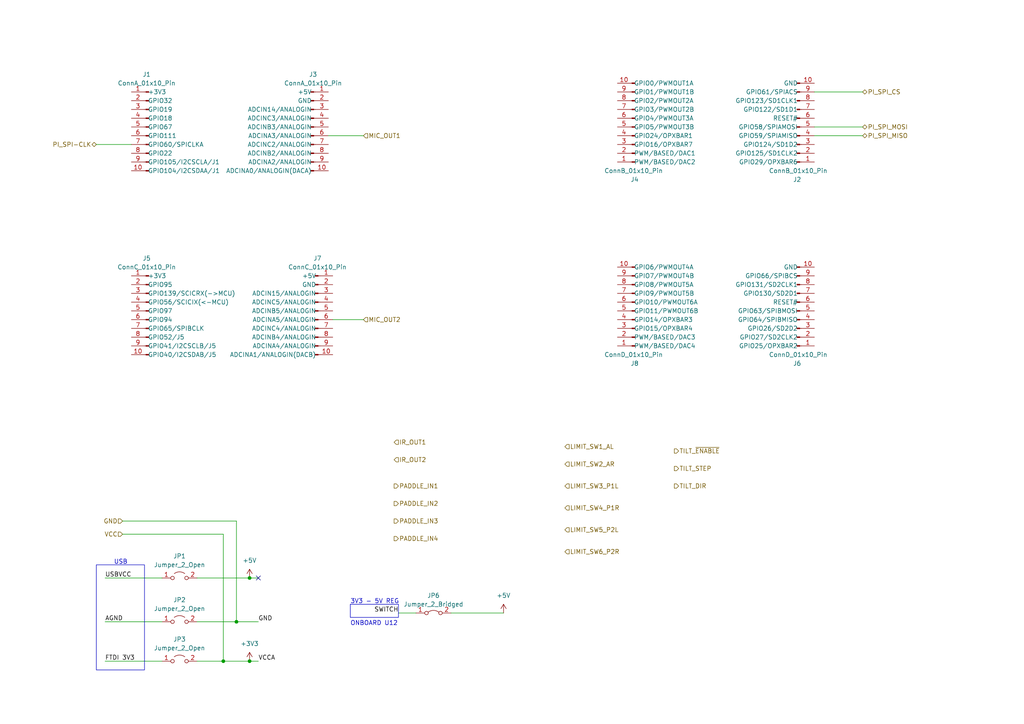
<source format=kicad_sch>
(kicad_sch (version 20230121) (generator eeschema)
  (paper "A4")
  (title_block (title "TMS320C2837D") (date "2023-11-29") (rev "A") (company "Eddie and Felix"))
  (lib_symbols
    (symbol "Conn_01x10_Pin_1" (pin_names (offset 1.016))
      (property "Reference" "J1" (at 0.635 15.24 0))
      (property "Value" "ConnA_01x10_Pin" (at 0.635 12.7 0))
      (symbol "Conn_01x10_Pin_1_1_1"
        (polyline (pts (xy 1.27 -12.7) (xy 0.8636 -12.7)) (stroke (width 0.1524)))
        (polyline (pts (xy 1.27 -10.16) (xy 0.8636 -10.16)) (stroke (width 0.1524)))
        (polyline (pts (xy 1.27 -7.62) (xy 0.8636 -7.62)) (stroke (width 0.1524)))
        (polyline (pts (xy 1.27 -5.08) (xy 0.8636 -5.08)) (stroke (width 0.1524)))
        (polyline (pts (xy 1.27 -2.54) (xy 0.8636 -2.54)) (stroke (width 0.1524)))
        (polyline (pts (xy 1.27 0) (xy 0.8636 0)) (stroke (width 0.1524)))
        (polyline (pts (xy 1.27 2.54) (xy 0.8636 2.54)) (stroke (width 0.1524)))
        (polyline (pts (xy 1.27 5.08) (xy 0.8636 5.08)) (stroke (width 0.1524)))
        (polyline (pts (xy 1.27 7.62) (xy 0.8636 7.62)) (stroke (width 0.1524)))
        (polyline (pts (xy 1.27 10.16) (xy 0.8636 10.16)) (stroke (width 0.1524)))
        (rectangle (start 0.8636 -12.573) (end 0 -12.827) (stroke (width 0.1524)) (fill (type outline)))
        (rectangle (start 0.8636 -10.033) (end 0 -10.287) (stroke (width 0.1524)) (fill (type outline)))
        (rectangle (start 0.8636 -7.493) (end 0 -7.747) (stroke (width 0.1524)) (fill (type outline)))
        (rectangle (start 0.8636 -4.953) (end 0 -5.207) (stroke (width 0.1524)) (fill (type outline)))
        (rectangle (start 0.8636 -2.413) (end 0 -2.667) (stroke (width 0.1524)) (fill (type outline)))
        (rectangle (start 0.8636 0.127) (end 0 -0.127) (stroke (width 0.1524)) (fill (type outline)))
        (rectangle (start 0.8636 2.667) (end 0 2.413) (stroke (width 0.1524)) (fill (type outline)))
        (rectangle (start 0.8636 5.207) (end 0 4.953) (stroke (width 0.1524)) (fill (type outline)))
        (rectangle (start 0.8636 7.747) (end 0 7.493) (stroke (width 0.1524)) (fill (type outline)))
        (rectangle (start 0.8636 10.287) (end 0 10.033) (stroke (width 0.1524)) (fill (type outline)))
        (pin passive line (at 5.08 10.16 180) (length 3.81) (name "+3V3") (number "1"))
        (pin passive line (at 5.08 -12.7 180) (length 3.81) (name "GPIO104/I2CSDAA/J1") (number "10"))
        (pin passive line (at 5.08 7.62 180) (length 3.81) (name "GPIO32") (number "2"))
        (pin passive line (at 5.08 5.08 180) (length 3.81) (name "GPIO19") (number "3"))
        (pin passive line (at 5.08 2.54 180) (length 3.81) (name "GPIO18") (number "4"))
        (pin passive line (at 5.08 0 180) (length 3.81) (name "GPIO67") (number "5"))
        (pin passive line (at 5.08 -2.54 180) (length 3.81) (name "GPIO111") (number "6"))
        (pin passive line (at 5.08 -5.08 180) (length 3.81) (name "GPIO60/SPICLKA") (number "7"))
        (pin passive line (at 5.08 -7.62 180) (length 3.81) (name "GPIO22") (number "8"))
        (pin passive line (at 5.08 -10.16 180) (length 3.81) (name "GPIO105/I2CSCLA/J1") (number "9"))
      )
    )
    (symbol "Conn_01x10_Pin_2" (pin_names (offset 1.016))
      (property "Reference" "J3" (at 0.635 15.24 0))
      (property "Value" "ConnA_01x10_Pin" (at 0.635 12.7 0))
      (symbol "Conn_01x10_Pin_2_1_1"
        (polyline (pts (xy 1.27 -12.7) (xy 0.8636 -12.7)) (stroke (width 0.1524)))
        (polyline (pts (xy 1.27 -10.16) (xy 0.8636 -10.16)) (stroke (width 0.1524)))
        (polyline (pts (xy 1.27 -7.62) (xy 0.8636 -7.62)) (stroke (width 0.1524)))
        (polyline (pts (xy 1.27 -5.08) (xy 0.8636 -5.08)) (stroke (width 0.1524)))
        (polyline (pts (xy 1.27 -2.54) (xy 0.8636 -2.54)) (stroke (width 0.1524)))
        (polyline (pts (xy 1.27 0) (xy 0.8636 0)) (stroke (width 0.1524)))
        (polyline (pts (xy 1.27 2.54) (xy 0.8636 2.54)) (stroke (width 0.1524)))
        (polyline (pts (xy 1.27 5.08) (xy 0.8636 5.08)) (stroke (width 0.1524)))
        (polyline (pts (xy 1.27 7.62) (xy 0.8636 7.62)) (stroke (width 0.1524)))
        (polyline (pts (xy 1.27 10.16) (xy 0.8636 10.16)) (stroke (width 0.1524)))
        (rectangle (start 0.8636 -12.573) (end 0 -12.827) (stroke (width 0.1524)) (fill (type outline)))
        (rectangle (start 0.8636 -10.033) (end 0 -10.287) (stroke (width 0.1524)) (fill (type outline)))
        (rectangle (start 0.8636 -7.493) (end 0 -7.747) (stroke (width 0.1524)) (fill (type outline)))
        (rectangle (start 0.8636 -4.953) (end 0 -5.207) (stroke (width 0.1524)) (fill (type outline)))
        (rectangle (start 0.8636 -2.413) (end 0 -2.667) (stroke (width 0.1524)) (fill (type outline)))
        (rectangle (start 0.8636 0.127) (end 0 -0.127) (stroke (width 0.1524)) (fill (type outline)))
        (rectangle (start 0.8636 2.667) (end 0 2.413) (stroke (width 0.1524)) (fill (type outline)))
        (rectangle (start 0.8636 5.207) (end 0 4.953) (stroke (width 0.1524)) (fill (type outline)))
        (rectangle (start 0.8636 7.747) (end 0 7.493) (stroke (width 0.1524)) (fill (type outline)))
        (rectangle (start 0.8636 10.287) (end 0 10.033) (stroke (width 0.1524)) (fill (type outline)))
        (pin passive line (at 5.08 10.16 180) (length 3.81) (name "+5V") (number "1"))
        (pin passive line (at 5.08 -12.7 180) (length 3.81) (name "ADCINA0/ANALOGIN(DACA)") (number "10"))
        (pin passive line (at 5.08 7.62 180) (length 3.81) (name "GND") (number "2"))
        (pin passive line (at 5.08 5.08 180) (length 3.81) (name "ADCIN14/ANALOGIN") (number "3"))
        (pin passive line (at 5.08 2.54 180) (length 3.81) (name "ADCINC3/ANALOGIN") (number "4"))
        (pin passive line (at 5.08 0 180) (length 3.81) (name "ADCINB3/ANALOGIN") (number "5"))
        (pin passive line (at 5.08 -2.54 180) (length 3.81) (name "ADCINA3/ANALOGIN") (number "6"))
        (pin passive line (at 5.08 -5.08 180) (length 3.81) (name "ADCINC2/ANALOGIN") (number "7"))
        (pin passive line (at 5.08 -7.62 180) (length 3.81) (name "ADCINB2/ANALOGIN") (number "8"))
        (pin passive line (at 5.08 -10.16 180) (length 3.81) (name "ADCINA2/ANALOGIN") (number "9"))
      )
    )
    (symbol "Conn_01x10_Pin_3" (pin_names (offset 1.016))
      (property "Reference" "J2" (at 1.27 15.24 0))
      (property "Value" "ConnB_01x10_Pin" (at 8.89 12.7 0))
      (symbol "Conn_01x10_Pin_3_1_1"
        (polyline (pts (xy 1.27 -12.7) (xy 0.8636 -12.7)) (stroke (width 0.1524)))
        (polyline (pts (xy 1.27 -10.16) (xy 0.8636 -10.16)) (stroke (width 0.1524)))
        (polyline (pts (xy 1.27 -7.62) (xy 0.8636 -7.62)) (stroke (width 0.1524)))
        (polyline (pts (xy 1.27 -5.08) (xy 0.8636 -5.08)) (stroke (width 0.1524)))
        (polyline (pts (xy 1.27 -2.54) (xy 0.8636 -2.54)) (stroke (width 0.1524)))
        (polyline (pts (xy 1.27 0) (xy 0.8636 0)) (stroke (width 0.1524)))
        (polyline (pts (xy 1.27 2.54) (xy 0.8636 2.54)) (stroke (width 0.1524)))
        (polyline (pts (xy 1.27 5.08) (xy 0.8636 5.08)) (stroke (width 0.1524)))
        (polyline (pts (xy 1.27 7.62) (xy 0.8636 7.62)) (stroke (width 0.1524)))
        (polyline (pts (xy 1.27 10.16) (xy 0.8636 10.16)) (stroke (width 0.1524)))
        (rectangle (start 0.8636 -12.573) (end 0 -12.827) (stroke (width 0.1524)) (fill (type outline)))
        (rectangle (start 0.8636 -10.033) (end 0 -10.287) (stroke (width 0.1524)) (fill (type outline)))
        (rectangle (start 0.8636 -7.493) (end 0 -7.747) (stroke (width 0.1524)) (fill (type outline)))
        (rectangle (start 0.8636 -4.953) (end 0 -5.207) (stroke (width 0.1524)) (fill (type outline)))
        (rectangle (start 0.8636 -2.413) (end 0 -2.667) (stroke (width 0.1524)) (fill (type outline)))
        (rectangle (start 0.8636 0.127) (end 0 -0.127) (stroke (width 0.1524)) (fill (type outline)))
        (rectangle (start 0.8636 2.667) (end 0 2.413) (stroke (width 0.1524)) (fill (type outline)))
        (rectangle (start 0.8636 5.207) (end 0 4.953) (stroke (width 0.1524)) (fill (type outline)))
        (rectangle (start 0.8636 7.747) (end 0 7.493) (stroke (width 0.1524)) (fill (type outline)))
        (rectangle (start 0.8636 10.287) (end 0 10.033) (stroke (width 0.1524)) (fill (type outline)))
        (pin passive line (at 5.08 10.16 180) (length 3.81) (name "GPIO29/OPXBAR6") (number "1"))
        (pin passive line (at 5.08 -12.7 180) (length 3.81) (name "GND") (number "10"))
        (pin passive line (at 5.08 7.62 180) (length 3.81) (name "GPIO125/SD1CLK2") (number "2"))
        (pin passive line (at 5.08 5.08 180) (length 3.81) (name "GPIO124/SD1D2") (number "3"))
        (pin passive line (at 5.08 2.54 180) (length 3.81) (name "GPIO59/SPIAMISO") (number "4"))
        (pin passive line (at 5.08 0 180) (length 3.81) (name "GPIO58/SPIAMOSI") (number "5"))
        (pin passive line (at 5.08 -2.54 180) (length 3.81) (name "RESET#") (number "6"))
        (pin passive line (at 5.08 -5.08 180) (length 3.81) (name "GPIO122/SD1D1") (number "7"))
        (pin passive line (at 5.08 -7.62 180) (length 3.81) (name "GPIO123/SD1CLK1") (number "8"))
        (pin passive line (at 5.08 -10.16 180) (length 3.81) (name "GPIO61/SPIACS") (number "9"))
      )
    )
    (symbol "Conn_01x10_Pin_4" (pin_names (offset 1.016))
      (property "Reference" "J4" (at 1.27 15.24 0))
      (property "Value" "ConnB_01x10_Pin" (at 8.89 12.7 0))
      (symbol "Conn_01x10_Pin_4_1_1"
        (polyline (pts (xy 1.27 -12.7) (xy 0.8636 -12.7)) (stroke (width 0.1524)))
        (polyline (pts (xy 1.27 -10.16) (xy 0.8636 -10.16)) (stroke (width 0.1524)))
        (polyline (pts (xy 1.27 -7.62) (xy 0.8636 -7.62)) (stroke (width 0.1524)))
        (polyline (pts (xy 1.27 -5.08) (xy 0.8636 -5.08)) (stroke (width 0.1524)))
        (polyline (pts (xy 1.27 -2.54) (xy 0.8636 -2.54)) (stroke (width 0.1524)))
        (polyline (pts (xy 1.27 0) (xy 0.8636 0)) (stroke (width 0.1524)))
        (polyline (pts (xy 1.27 2.54) (xy 0.8636 2.54)) (stroke (width 0.1524)))
        (polyline (pts (xy 1.27 5.08) (xy 0.8636 5.08)) (stroke (width 0.1524)))
        (polyline (pts (xy 1.27 7.62) (xy 0.8636 7.62)) (stroke (width 0.1524)))
        (polyline (pts (xy 1.27 10.16) (xy 0.8636 10.16)) (stroke (width 0.1524)))
        (rectangle (start 0.8636 -12.573) (end 0 -12.827) (stroke (width 0.1524)) (fill (type outline)))
        (rectangle (start 0.8636 -10.033) (end 0 -10.287) (stroke (width 0.1524)) (fill (type outline)))
        (rectangle (start 0.8636 -7.493) (end 0 -7.747) (stroke (width 0.1524)) (fill (type outline)))
        (rectangle (start 0.8636 -4.953) (end 0 -5.207) (stroke (width 0.1524)) (fill (type outline)))
        (rectangle (start 0.8636 -2.413) (end 0 -2.667) (stroke (width 0.1524)) (fill (type outline)))
        (rectangle (start 0.8636 0.127) (end 0 -0.127) (stroke (width 0.1524)) (fill (type outline)))
        (rectangle (start 0.8636 2.667) (end 0 2.413) (stroke (width 0.1524)) (fill (type outline)))
        (rectangle (start 0.8636 5.207) (end 0 4.953) (stroke (width 0.1524)) (fill (type outline)))
        (rectangle (start 0.8636 7.747) (end 0 7.493) (stroke (width 0.1524)) (fill (type outline)))
        (rectangle (start 0.8636 10.287) (end 0 10.033) (stroke (width 0.1524)) (fill (type outline)))
        (pin passive line (at 5.08 10.16 180) (length 3.81) (name "PWM/BASED/DAC2") (number "1"))
        (pin passive line (at 5.08 -12.7 180) (length 3.81) (name "GPIO0/PWMOUT1A") (number "10"))
        (pin passive line (at 5.08 7.62 180) (length 3.81) (name "PWM/BASED/DAC1") (number "2"))
        (pin passive line (at 5.08 5.08 180) (length 3.81) (name "GPIO16/OPXBAR7") (number "3"))
        (pin passive line (at 5.08 2.54 180) (length 3.81) (name "GPIO24/OPXBAR1") (number "4"))
        (pin passive line (at 5.08 0 180) (length 3.81) (name "GPIO5/PWMOUT3B") (number "5"))
        (pin passive line (at 5.08 -2.54 180) (length 3.81) (name "GPIO4/PWMOUT3A") (number "6"))
        (pin passive line (at 5.08 -5.08 180) (length 3.81) (name "GPIO3/PWMOUT2B") (number "7"))
        (pin passive line (at 5.08 -7.62 180) (length 3.81) (name "GPIO2/PWMOUT2A") (number "8"))
        (pin passive line (at 5.08 -10.16 180) (length 3.81) (name "GPIO1/PWMOUT1B") (number "9"))
      )
    )
    (symbol "Conn_01x10_Pin_5" (pin_names (offset 1.016))
      (property "Reference" "J5" (at 0.635 15.24 0))
      (property "Value" "ConnA_01x10_Pin" (at 0.635 12.7 0))
      (symbol "Conn_01x10_Pin_5_1_1"
        (polyline (pts (xy 1.27 -12.7) (xy 0.8636 -12.7)) (stroke (width 0.1524)))
        (polyline (pts (xy 1.27 -10.16) (xy 0.8636 -10.16)) (stroke (width 0.1524)))
        (polyline (pts (xy 1.27 -7.62) (xy 0.8636 -7.62)) (stroke (width 0.1524)))
        (polyline (pts (xy 1.27 -5.08) (xy 0.8636 -5.08)) (stroke (width 0.1524)))
        (polyline (pts (xy 1.27 -2.54) (xy 0.8636 -2.54)) (stroke (width 0.1524)))
        (polyline (pts (xy 1.27 0) (xy 0.8636 0)) (stroke (width 0.1524)))
        (polyline (pts (xy 1.27 2.54) (xy 0.8636 2.54)) (stroke (width 0.1524)))
        (polyline (pts (xy 1.27 5.08) (xy 0.8636 5.08)) (stroke (width 0.1524)))
        (polyline (pts (xy 1.27 7.62) (xy 0.8636 7.62)) (stroke (width 0.1524)))
        (polyline (pts (xy 1.27 10.16) (xy 0.8636 10.16)) (stroke (width 0.1524)))
        (rectangle (start 0.8636 -12.573) (end 0 -12.827) (stroke (width 0.1524)) (fill (type outline)))
        (rectangle (start 0.8636 -10.033) (end 0 -10.287) (stroke (width 0.1524)) (fill (type outline)))
        (rectangle (start 0.8636 -7.493) (end 0 -7.747) (stroke (width 0.1524)) (fill (type outline)))
        (rectangle (start 0.8636 -4.953) (end 0 -5.207) (stroke (width 0.1524)) (fill (type outline)))
        (rectangle (start 0.8636 -2.413) (end 0 -2.667) (stroke (width 0.1524)) (fill (type outline)))
        (rectangle (start 0.8636 0.127) (end 0 -0.127) (stroke (width 0.1524)) (fill (type outline)))
        (rectangle (start 0.8636 2.667) (end 0 2.413) (stroke (width 0.1524)) (fill (type outline)))
        (rectangle (start 0.8636 5.207) (end 0 4.953) (stroke (width 0.1524)) (fill (type outline)))
        (rectangle (start 0.8636 7.747) (end 0 7.493) (stroke (width 0.1524)) (fill (type outline)))
        (rectangle (start 0.8636 10.287) (end 0 10.033) (stroke (width 0.1524)) (fill (type outline)))
        (pin passive line (at 5.08 10.16 180) (length 3.81) (name "+3V3") (number "1"))
        (pin passive line (at 5.08 -12.7 180) (length 3.81) (name "GPIO40/I2CSDAB/J5") (number "10"))
        (pin passive line (at 5.08 7.62 180) (length 3.81) (name "GPIO95") (number "2"))
        (pin passive line (at 5.08 5.08 180) (length 3.81) (name "GPIO139/SCICRX(->MCU)") (number "3"))
        (pin passive line (at 5.08 2.54 180) (length 3.81) (name "GPIO56/SCICIX(<-MCU)") (number "4"))
        (pin passive line (at 5.08 0 180) (length 3.81) (name "GPIO97") (number "5"))
        (pin passive line (at 5.08 -2.54 180) (length 3.81) (name "GPIO94") (number "6"))
        (pin passive line (at 5.08 -5.08 180) (length 3.81) (name "GPIO65/SPIBCLK") (number "7"))
        (pin passive line (at 5.08 -7.62 180) (length 3.81) (name "GPIO52/J5") (number "8"))
        (pin passive line (at 5.08 -10.16 180) (length 3.81) (name "GPIO41/I2CSCLB/J5") (number "9"))
      )
    )
    (symbol "Conn_01x10_Pin_6" (pin_names (offset 1.016))
      (property "Reference" "J7" (at 0.635 15.24 0))
      (property "Value" "ConnA_01x10_Pin" (at 0.635 12.7 0))
      (symbol "Conn_01x10_Pin_6_1_1"
        (polyline (pts (xy 1.27 -12.7) (xy 0.8636 -12.7)) (stroke (width 0.1524)))
        (polyline (pts (xy 1.27 -10.16) (xy 0.8636 -10.16)) (stroke (width 0.1524)))
        (polyline (pts (xy 1.27 -7.62) (xy 0.8636 -7.62)) (stroke (width 0.1524)))
        (polyline (pts (xy 1.27 -5.08) (xy 0.8636 -5.08)) (stroke (width 0.1524)))
        (polyline (pts (xy 1.27 -2.54) (xy 0.8636 -2.54)) (stroke (width 0.1524)))
        (polyline (pts (xy 1.27 0) (xy 0.8636 0)) (stroke (width 0.1524)))
        (polyline (pts (xy 1.27 2.54) (xy 0.8636 2.54)) (stroke (width 0.1524)))
        (polyline (pts (xy 1.27 5.08) (xy 0.8636 5.08)) (stroke (width 0.1524)))
        (polyline (pts (xy 1.27 7.62) (xy 0.8636 7.62)) (stroke (width 0.1524)))
        (polyline (pts (xy 1.27 10.16) (xy 0.8636 10.16)) (stroke (width 0.1524)))
        (rectangle (start 0.8636 -12.573) (end 0 -12.827) (stroke (width 0.1524)) (fill (type outline)))
        (rectangle (start 0.8636 -10.033) (end 0 -10.287) (stroke (width 0.1524)) (fill (type outline)))
        (rectangle (start 0.8636 -7.493) (end 0 -7.747) (stroke (width 0.1524)) (fill (type outline)))
        (rectangle (start 0.8636 -4.953) (end 0 -5.207) (stroke (width 0.1524)) (fill (type outline)))
        (rectangle (start 0.8636 -2.413) (end 0 -2.667) (stroke (width 0.1524)) (fill (type outline)))
        (rectangle (start 0.8636 0.127) (end 0 -0.127) (stroke (width 0.1524)) (fill (type outline)))
        (rectangle (start 0.8636 2.667) (end 0 2.413) (stroke (width 0.1524)) (fill (type outline)))
        (rectangle (start 0.8636 5.207) (end 0 4.953) (stroke (width 0.1524)) (fill (type outline)))
        (rectangle (start 0.8636 7.747) (end 0 7.493) (stroke (width 0.1524)) (fill (type outline)))
        (rectangle (start 0.8636 10.287) (end 0 10.033) (stroke (width 0.1524)) (fill (type outline)))
        (pin passive line (at 5.08 10.16 180) (length 3.81) (name "+5V") (number "1"))
        (pin passive line (at 5.08 -12.7 180) (length 3.81) (name "ADCINA1/ANALOGIN(DACB)") (number "10"))
        (pin passive line (at 5.08 7.62 180) (length 3.81) (name "GND") (number "2"))
        (pin passive line (at 5.08 5.08 180) (length 3.81) (name "ADCIN15/ANALOGIN") (number "3"))
        (pin passive line (at 5.08 2.54 180) (length 3.81) (name "ADCINC5/ANALOGIN") (number "4"))
        (pin passive line (at 5.08 0 180) (length 3.81) (name "ADCINB5/ANALOGIN") (number "5"))
        (pin passive line (at 5.08 -2.54 180) (length 3.81) (name "ADCINA5/ANALOGIN") (number "6"))
        (pin passive line (at 5.08 -5.08 180) (length 3.81) (name "ADCINC4/ANALOGIN") (number "7"))
        (pin passive line (at 5.08 -7.62 180) (length 3.81) (name "ADCINB4/ANALOGIN") (number "8"))
        (pin passive line (at 5.08 -10.16 180) (length 3.81) (name "ADCINA4/ANALOGIN") (number "9"))
      )
    )
    (symbol "Conn_01x10_Pin_7" (pin_names (offset 1.016))
      (property "Reference" "J6" (at 1.27 15.24 0))
      (property "Value" "ConnB_01x10_Pin" (at 8.89 12.7 0))
      (symbol "Conn_01x10_Pin_7_1_1"
        (polyline (pts (xy 1.27 -12.7) (xy 0.8636 -12.7)) (stroke (width 0.1524)))
        (polyline (pts (xy 1.27 -10.16) (xy 0.8636 -10.16)) (stroke (width 0.1524)))
        (polyline (pts (xy 1.27 -7.62) (xy 0.8636 -7.62)) (stroke (width 0.1524)))
        (polyline (pts (xy 1.27 -5.08) (xy 0.8636 -5.08)) (stroke (width 0.1524)))
        (polyline (pts (xy 1.27 -2.54) (xy 0.8636 -2.54)) (stroke (width 0.1524)))
        (polyline (pts (xy 1.27 0) (xy 0.8636 0)) (stroke (width 0.1524)))
        (polyline (pts (xy 1.27 2.54) (xy 0.8636 2.54)) (stroke (width 0.1524)))
        (polyline (pts (xy 1.27 5.08) (xy 0.8636 5.08)) (stroke (width 0.1524)))
        (polyline (pts (xy 1.27 7.62) (xy 0.8636 7.62)) (stroke (width 0.1524)))
        (polyline (pts (xy 1.27 10.16) (xy 0.8636 10.16)) (stroke (width 0.1524)))
        (rectangle (start 0.8636 -12.573) (end 0 -12.827) (stroke (width 0.1524)) (fill (type outline)))
        (rectangle (start 0.8636 -10.033) (end 0 -10.287) (stroke (width 0.1524)) (fill (type outline)))
        (rectangle (start 0.8636 -7.493) (end 0 -7.747) (stroke (width 0.1524)) (fill (type outline)))
        (rectangle (start 0.8636 -4.953) (end 0 -5.207) (stroke (width 0.1524)) (fill (type outline)))
        (rectangle (start 0.8636 -2.413) (end 0 -2.667) (stroke (width 0.1524)) (fill (type outline)))
        (rectangle (start 0.8636 0.127) (end 0 -0.127) (stroke (width 0.1524)) (fill (type outline)))
        (rectangle (start 0.8636 2.667) (end 0 2.413) (stroke (width 0.1524)) (fill (type outline)))
        (rectangle (start 0.8636 5.207) (end 0 4.953) (stroke (width 0.1524)) (fill (type outline)))
        (rectangle (start 0.8636 7.747) (end 0 7.493) (stroke (width 0.1524)) (fill (type outline)))
        (rectangle (start 0.8636 10.287) (end 0 10.033) (stroke (width 0.1524)) (fill (type outline)))
        (pin passive line (at 5.08 10.16 180) (length 3.81) (name "GPIO25/OPXBAR2") (number "1"))
        (pin passive line (at 5.08 -12.7 180) (length 3.81) (name "GND") (number "10"))
        (pin passive line (at 5.08 7.62 180) (length 3.81) (name "GPIO27/SD2CLK2") (number "2"))
        (pin passive line (at 5.08 5.08 180) (length 3.81) (name "GPIO26/SD2D2") (number "3"))
        (pin passive line (at 5.08 2.54 180) (length 3.81) (name "GPIO64/SPIBMISO") (number "4"))
        (pin passive line (at 5.08 0 180) (length 3.81) (name "GPIO63/SPIBMOSI") (number "5"))
        (pin passive line (at 5.08 -2.54 180) (length 3.81) (name "RESET#") (number "6"))
        (pin passive line (at 5.08 -5.08 180) (length 3.81) (name "GPIO130/SD2D1") (number "7"))
        (pin passive line (at 5.08 -7.62 180) (length 3.81) (name "GPIO131/SD2CLK1") (number "8"))
        (pin passive line (at 5.08 -10.16 180) (length 3.81) (name "GPIO66/SPIBCS") (number "9"))
      )
    )
    (symbol "Conn_01x10_Pin_8" (pin_names (offset 1.016))
      (property "Reference" "J8" (at 1.27 15.24 0))
      (property "Value" "ConnB_01x10_Pin" (at 8.89 12.7 0))
      (symbol "Conn_01x10_Pin_8_1_1"
        (polyline (pts (xy 1.27 -12.7) (xy 0.8636 -12.7)) (stroke (width 0.1524)))
        (polyline (pts (xy 1.27 -10.16) (xy 0.8636 -10.16)) (stroke (width 0.1524)))
        (polyline (pts (xy 1.27 -7.62) (xy 0.8636 -7.62)) (stroke (width 0.1524)))
        (polyline (pts (xy 1.27 -5.08) (xy 0.8636 -5.08)) (stroke (width 0.1524)))
        (polyline (pts (xy 1.27 -2.54) (xy 0.8636 -2.54)) (stroke (width 0.1524)))
        (polyline (pts (xy 1.27 0) (xy 0.8636 0)) (stroke (width 0.1524)))
        (polyline (pts (xy 1.27 2.54) (xy 0.8636 2.54)) (stroke (width 0.1524)))
        (polyline (pts (xy 1.27 5.08) (xy 0.8636 5.08)) (stroke (width 0.1524)))
        (polyline (pts (xy 1.27 7.62) (xy 0.8636 7.62)) (stroke (width 0.1524)))
        (polyline (pts (xy 1.27 10.16) (xy 0.8636 10.16)) (stroke (width 0.1524)))
        (rectangle (start 0.8636 -12.573) (end 0 -12.827) (stroke (width 0.1524)) (fill (type outline)))
        (rectangle (start 0.8636 -10.033) (end 0 -10.287) (stroke (width 0.1524)) (fill (type outline)))
        (rectangle (start 0.8636 -7.493) (end 0 -7.747) (stroke (width 0.1524)) (fill (type outline)))
        (rectangle (start 0.8636 -4.953) (end 0 -5.207) (stroke (width 0.1524)) (fill (type outline)))
        (rectangle (start 0.8636 -2.413) (end 0 -2.667) (stroke (width 0.1524)) (fill (type outline)))
        (rectangle (start 0.8636 0.127) (end 0 -0.127) (stroke (width 0.1524)) (fill (type outline)))
        (rectangle (start 0.8636 2.667) (end 0 2.413) (stroke (width 0.1524)) (fill (type outline)))
        (rectangle (start 0.8636 5.207) (end 0 4.953) (stroke (width 0.1524)) (fill (type outline)))
        (rectangle (start 0.8636 7.747) (end 0 7.493) (stroke (width 0.1524)) (fill (type outline)))
        (rectangle (start 0.8636 10.287) (end 0 10.033) (stroke (width 0.1524)) (fill (type outline)))
        (pin passive line (at 5.08 10.16 180) (length 3.81) (name "PWM/BASED/DAC4") (number "1"))
        (pin passive line (at 5.08 -12.7 180) (length 3.81) (name "GPIO6/PWMOUT4A") (number "10"))
        (pin passive line (at 5.08 7.62 180) (length 3.81) (name "PWM/BASED/DAC3") (number "2"))
        (pin passive line (at 5.08 5.08 180) (length 3.81) (name "GPIO15/OPXBAR4") (number "3"))
        (pin passive line (at 5.08 2.54 180) (length 3.81) (name "GPIO14/OPXBAR3") (number "4"))
        (pin passive line (at 5.08 0 180) (length 3.81) (name "GPIO11/PWMOUT6B") (number "5"))
        (pin passive line (at 5.08 -2.54 180) (length 3.81) (name "GPIO10/PWMOUT6A") (number "6"))
        (pin passive line (at 5.08 -5.08 180) (length 3.81) (name "GPIO9/PWMOUT5B") (number "7"))
        (pin passive line (at 5.08 -7.62 180) (length 3.81) (name "GPIO8/PWMOUT5A") (number "8"))
        (pin passive line (at 5.08 -10.16 180) (length 3.81) (name "GPIO7/PWMOUT4B") (number "9"))
      )
    )
    (symbol "Jumper:Jumper_2_Bridged" (pin_names (offset 0) hide)
      (property "Reference" "JP" (at 0 1.905 0))
      (property "Value" "Jumper_2_Bridged" (at 0 -2.54 0))
      (symbol "Jumper_2_Bridged_0_0"
        (circle (center -2.032 0) (radius 0.508))
        (circle (center 2.032 0) (radius 0.508))
      )
      (symbol "Jumper_2_Bridged_0_1"
        (arc (start 1.524 0.254) (mid 0 0.762) (end -1.524 0.254))
      )
      (symbol "Jumper_2_Bridged_1_1"
        (pin passive line (at -5.08 0 0) (length 2.54) (name "A") (number "1"))
        (pin passive line (at 5.08 0 180) (length 2.54) (name "B") (number "2"))
      )
    )
    (symbol "Jumper:Jumper_2_Open" (pin_names (offset 0) hide)
      (property "Reference" "JP" (at 0 2.794 0))
      (property "Value" "Jumper_2_Open" (at 0 -2.286 0))
      (symbol "Jumper_2_Open_0_0"
        (circle (center -2.032 0) (radius 0.508))
        (circle (center 2.032 0) (radius 0.508))
      )
      (symbol "Jumper_2_Open_0_1"
        (arc (start 1.524 1.27) (mid 0 1.778) (end -1.524 1.27))
      )
      (symbol "Jumper_2_Open_1_1"
        (pin passive line (at -5.08 0 0) (length 2.54) (name "A") (number "1"))
        (pin passive line (at 5.08 0 180) (length 2.54) (name "B") (number "2"))
      )
    )
    (symbol "power:+3V3" (power) (pin_names (offset 0))
      (property "Value" "+3V3" (at 0 3.556 0))
      (symbol "+3V3_0_1"
        (polyline (pts (xy -0.762 1.27) (xy 0 2.54)))
        (polyline (pts (xy 0 0) (xy 0 2.54)))
        (polyline (pts (xy 0 2.54) (xy 0.762 1.27)))
      )
      (symbol "+3V3_1_1"
        (pin power_in line (at 0 0 90) (length 0) hide (name "+3V3") (number "1"))
      )
    )
    (symbol "power:+5V" (power) (pin_names (offset 0))
      (property "Value" "+5V" (at 0 3.556 0))
      (symbol "+5V_0_1"
        (polyline (pts (xy -0.762 1.27) (xy 0 2.54)))
        (polyline (pts (xy 0 0) (xy 0 2.54)))
        (polyline (pts (xy 0 2.54) (xy 0.762 1.27)))
      )
      (symbol "+5V_1_1"
        (pin power_in line (at 0 0 90) (length 0) hide (name "+5V") (number "1"))
      )
    )
  )
  (junction (at 72.39 167.64))
  (junction (at 68.58 180.34))
  (junction (at 72.39 191.77))
  (junction (at 64.77 191.77))
  (no_connect (at 74.93 167.64))
  (wire (pts (xy 30.48 180.34) (xy 46.99 180.34)))
  (wire (pts (xy 57.15 167.64) (xy 72.39 167.64)))
  (wire (pts (xy 115.57 177.8) (xy 120.65 177.8)))
  (wire (pts (xy 30.48 191.77) (xy 46.99 191.77)))
  (wire (pts (xy 72.39 191.77) (xy 74.93 191.77)))
  (wire (pts (xy 236.22 36.83) (xy 250.19 36.83)))
  (wire (pts (xy 68.58 180.34) (xy 74.93 180.34)))
  (wire (pts (xy 30.48 167.64) (xy 46.99 167.64)))
  (wire (pts (xy 64.77 191.77) (xy 72.39 191.77)))
  (wire (pts (xy 35.56 154.94) (xy 64.77 154.94)))
  (wire (pts (xy 35.56 151.13) (xy 68.58 151.13)))
  (wire (pts (xy 72.39 167.64) (xy 74.93 167.64)))
  (wire (pts (xy 96.52 92.71) (xy 105.41 92.71)))
  (wire (pts (xy 95.25 39.37) (xy 105.41 39.37)))
  (wire (pts (xy 68.58 151.13) (xy 68.58 180.34)))
  (wire (pts (xy 27.94 41.91) (xy 38.1 41.91)))
  (wire (pts (xy 130.81 177.8) (xy 146.05 177.8)))
  (wire (pts (xy 236.22 26.67) (xy 250.19 26.67)))
  (wire (pts (xy 57.15 180.34) (xy 68.58 180.34)))
  (wire (pts (xy 57.15 191.77) (xy 64.77 191.77)))
  (wire (pts (xy 236.22 39.37) (xy 250.19 39.37)))
  (wire (pts (xy 64.77 154.94) (xy 64.77 191.77)))
  (rectangle (start 27.94 163.83) (end 41.91 194.31))
  (rectangle (start 101.6 175.26) (end 115.57 179.07))
  (text "USB" (at 33.02 163.83 0) (effects (font (size 1.27 1.27)) (justify left bottom)))
  (text "ONBOARD U12" (at 101.6 181.61 0) (effects (font (size 1.27 1.27)) (justify left bottom)))
  (text "3V3 - 5V REG" (at 101.6 175.26 0) (effects (font (size 1.27 1.27)) (justify left bottom)))
  (label "VCCA" (at 74.93 191.77 0))
  (label "GND" (at 74.93 180.34 0))
  (label "FTDI 3V3" (at 30.48 191.77 0))
  (label "USBVCC" (at 30.48 167.64 0))
  (label "SWITCH" (at 115.57 177.8 180))
  (label "AGND" (at 30.48 180.34 0))
  (hierarchical_label "MIC_OUT2" (shape input) (at 105.41 92.71 0))
  (hierarchical_label "IR_OUT2" (shape input) (at 114.3 133.35 0))
  (hierarchical_label "PI_SPI_MISO" (shape bidirectional) (at 250.19 39.37 0))
  (hierarchical_label "IR_OUT1" (shape input) (at 114.3 128.27 0))
  (hierarchical_label "PI_SPI_MOSI" (shape bidirectional) (at 250.19 36.83 0))
  (hierarchical_label "LIMIT_SW2_AR" (shape input) (at 163.83 134.62 0))
  (hierarchical_label "PADDLE_IN2" (shape output) (at 114.3 146.05 0))
  (hierarchical_label "PADDLE_IN4" (shape output) (at 114.3 156.21 0))
  (hierarchical_label "TILT_DIR" (shape output) (at 195.58 140.97 0))
  (hierarchical_label "MIC_OUT1" (shape input) (at 105.41 39.37 0))
  (hierarchical_label "GND" (shape input) (at 35.56 151.13 180))
  (hierarchical_label "LIMIT_SW6_P2R" (shape input) (at 163.83 160.02 0))
  (hierarchical_label "LIMIT_SW1_AL" (shape input) (at 163.83 129.54 0))
  (hierarchical_label "LIMIT_SW5_P2L" (shape input) (at 163.83 153.67 0))
  (hierarchical_label "TILT_STEP" (shape output) (at 195.58 135.89 0))
  (hierarchical_label "VCC" (shape input) (at 35.56 154.94 180))
  (hierarchical_label "LIMIT_SW4_P1R" (shape input) (at 163.83 147.32 0))
  (hierarchical_label "LIMIT_SW3_P1L" (shape input) (at 163.83 140.97 0))
  (hierarchical_label "PI_SPI_CS" (shape bidirectional) (at 250.19 26.67 0))
  (hierarchical_label "PI_SPI-CLK" (shape bidirectional) (at 27.94 41.91 180))
  (hierarchical_label "TILT_~{ENABLE}" (shape output) (at 195.58 130.81 0))
  (hierarchical_label "PADDLE_IN3" (shape output) (at 114.3 151.13 0))
  (hierarchical_label "PADDLE_IN1" (shape output) (at 114.3 140.97 0))
  (symbol (lib_id "Jumper:Jumper_2_Bridged") (at 125.73 177.8 0) (unit 1)
    (property "Reference" "JP6" (at 125.73 172.72 0))
    (property "Value" "Jumper_2_Bridged" (at 125.73 175.26 0))
  )
  (symbol (lib_name "Conn_01x10_Pin_4") (lib_id "Connector:Conn_01x10_Pin") (at 184.15 36.83 180) (unit 1)
    (property "Reference" "J4" (at 182.88 52.07 0) (effects (justify right)))
    (property "Value" "ConnB_01x10_Pin" (at 175.26 49.53 0) (effects (justify right)))
  )
  (symbol (lib_name "Conn_01x10_Pin_5") (lib_id "Connector:Conn_01x10_Pin") (at 43.18 90.17 0) (mirror y) (unit 1)
    (property "Reference" "J5" (at 42.545 74.93 0))
    (property "Value" "ConnC_01x10_Pin" (at 42.545 77.47 0))
  )
  (symbol (lib_id "Jumper:Jumper_2_Open") (at 52.07 167.64 0) (unit 1)
    (property "Reference" "JP1" (at 52.07 161.29 0))
    (property "Value" "Jumper_2_Open" (at 52.07 163.83 0))
  )
  (symbol (lib_name "Conn_01x10_Pin_8") (lib_id "Connector:Conn_01x10_Pin") (at 184.15 90.17 180) (unit 1)
    (property "Reference" "J8" (at 182.88 105.41 0) (effects (justify right)))
    (property "Value" "ConnD_01x10_Pin" (at 175.26 102.87 0) (effects (justify right)))
  )
  (symbol (lib_name "Conn_01x10_Pin_6") (lib_id "Connector:Conn_01x10_Pin") (at 91.44 90.17 0) (unit 1)
    (property "Reference" "J7" (at 92.075 74.93 0))
    (property "Value" "ConnC_01x10_Pin" (at 92.075 77.47 0))
  )
  (symbol (lib_name "Conn_01x10_Pin_1") (lib_id "Connector:Conn_01x10_Pin") (at 43.18 36.83 0) (mirror y) (unit 1)
    (property "Reference" "J1" (at 42.545 21.59 0))
    (property "Value" "ConnA_01x10_Pin" (at 42.545 24.13 0))
  )
  (symbol (lib_name "Conn_01x10_Pin_2") (lib_id "Connector:Conn_01x10_Pin") (at 90.17 36.83 0) (unit 1)
    (property "Reference" "J3" (at 90.805 21.59 0))
    (property "Value" "ConnA_01x10_Pin" (at 90.805 24.13 0))
  )
  (symbol (lib_id "power:+5V") (at 146.05 177.8 0) (unit 1)
    (property "Reference" "#PWR02" (effects hide))
    (property "Value" "+5V" (at 146.05 172.72 0))
  )
  (symbol (lib_name "Conn_01x10_Pin_3") (lib_id "Connector:Conn_01x10_Pin") (at 231.14 36.83 0) (mirror x) (unit 1)
    (property "Reference" "J2" (at 232.41 52.07 0) (effects (justify right)))
    (property "Value" "ConnB_01x10_Pin" (at 240.03 49.53 0) (effects (justify right)))
  )
  (symbol (lib_id "power:+3V3") (at 72.39 191.77 0) (unit 1)
    (property "Reference" "#PWR08" (effects hide))
    (property "Value" "+3V3" (at 72.39 186.69 0))
  )
  (symbol (lib_id "Jumper:Jumper_2_Open") (at 52.07 180.34 0) (unit 1)
    (property "Reference" "JP2" (at 52.07 173.99 0))
    (property "Value" "Jumper_2_Open" (at 52.07 176.53 0))
  )
  (symbol (lib_name "Conn_01x10_Pin_7") (lib_id "Connector:Conn_01x10_Pin") (at 231.14 90.17 0) (mirror x) (unit 1)
    (property "Reference" "J6" (at 232.41 105.41 0) (effects (justify right)))
    (property "Value" "ConnD_01x10_Pin" (at 240.03 102.87 0) (effects (justify right)))
  )
  (symbol (lib_id "power:+5V") (at 72.39 167.64 0) (unit 1)
    (property "Reference" "#PWR09" (effects hide))
    (property "Value" "+5V" (at 72.39 162.56 0))
  )
  (symbol (lib_id "Jumper:Jumper_2_Open") (at 52.07 191.77 0) (unit 1)
    (property "Reference" "JP3" (at 52.07 185.42 0))
    (property "Value" "Jumper_2_Open" (at 52.07 187.96 0))
  )
)
</source>
